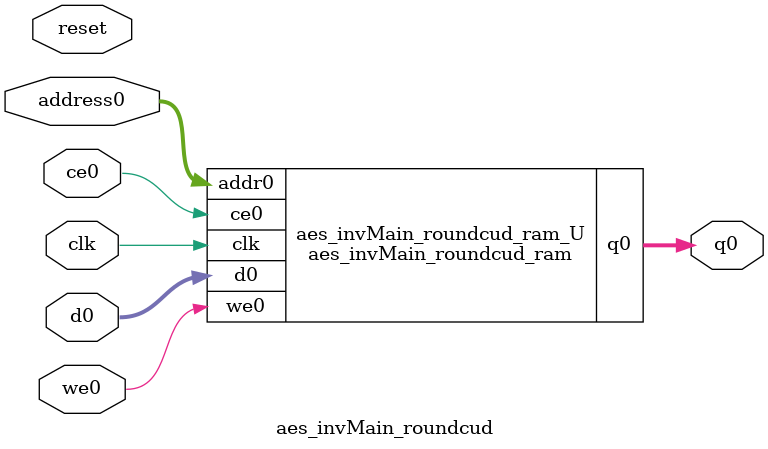
<source format=v>
`timescale 1 ns / 1 ps
module aes_invMain_roundcud_ram (addr0, ce0, d0, we0, q0,  clk);

parameter DWIDTH = 8;
parameter AWIDTH = 4;
parameter MEM_SIZE = 16;

input[AWIDTH-1:0] addr0;
input ce0;
input[DWIDTH-1:0] d0;
input we0;
output reg[DWIDTH-1:0] q0;
input clk;

(* ram_style = "distributed" *)reg [DWIDTH-1:0] ram[0:MEM_SIZE-1];




always @(posedge clk)  
begin 
    if (ce0) begin
        if (we0) 
            ram[addr0] <= d0; 
        q0 <= ram[addr0];
    end
end


endmodule

`timescale 1 ns / 1 ps
module aes_invMain_roundcud(
    reset,
    clk,
    address0,
    ce0,
    we0,
    d0,
    q0);

parameter DataWidth = 32'd8;
parameter AddressRange = 32'd16;
parameter AddressWidth = 32'd4;
input reset;
input clk;
input[AddressWidth - 1:0] address0;
input ce0;
input we0;
input[DataWidth - 1:0] d0;
output[DataWidth - 1:0] q0;



aes_invMain_roundcud_ram aes_invMain_roundcud_ram_U(
    .clk( clk ),
    .addr0( address0 ),
    .ce0( ce0 ),
    .we0( we0 ),
    .d0( d0 ),
    .q0( q0 ));

endmodule


</source>
